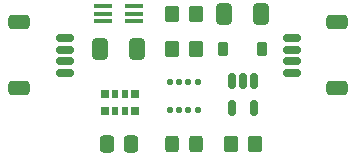
<source format=gbr>
%TF.GenerationSoftware,KiCad,Pcbnew,8.0.5*%
%TF.CreationDate,2024-10-27T10:59:05-07:00*%
%TF.ProjectId,bme688-ezzat-suhaime,626d6536-3838-42d6-957a-7a61742d7375,rev?*%
%TF.SameCoordinates,Original*%
%TF.FileFunction,Paste,Top*%
%TF.FilePolarity,Positive*%
%FSLAX46Y46*%
G04 Gerber Fmt 4.6, Leading zero omitted, Abs format (unit mm)*
G04 Created by KiCad (PCBNEW 8.0.5) date 2024-10-27 10:59:05*
%MOMM*%
%LPD*%
G01*
G04 APERTURE LIST*
G04 Aperture macros list*
%AMRoundRect*
0 Rectangle with rounded corners*
0 $1 Rounding radius*
0 $2 $3 $4 $5 $6 $7 $8 $9 X,Y pos of 4 corners*
0 Add a 4 corners polygon primitive as box body*
4,1,4,$2,$3,$4,$5,$6,$7,$8,$9,$2,$3,0*
0 Add four circle primitives for the rounded corners*
1,1,$1+$1,$2,$3*
1,1,$1+$1,$4,$5*
1,1,$1+$1,$6,$7*
1,1,$1+$1,$8,$9*
0 Add four rect primitives between the rounded corners*
20,1,$1+$1,$2,$3,$4,$5,0*
20,1,$1+$1,$4,$5,$6,$7,0*
20,1,$1+$1,$6,$7,$8,$9,0*
20,1,$1+$1,$8,$9,$2,$3,0*%
G04 Aperture macros list end*
%ADD10RoundRect,0.100000X0.650000X0.100000X-0.650000X0.100000X-0.650000X-0.100000X0.650000X-0.100000X0*%
%ADD11RoundRect,0.250000X-0.350000X-0.450000X0.350000X-0.450000X0.350000X0.450000X-0.350000X0.450000X0*%
%ADD12RoundRect,0.250000X-0.412500X-0.650000X0.412500X-0.650000X0.412500X0.650000X-0.412500X0.650000X0*%
%ADD13RoundRect,0.150000X-0.150000X0.512500X-0.150000X-0.512500X0.150000X-0.512500X0.150000X0.512500X0*%
%ADD14RoundRect,0.250000X0.350000X0.450000X-0.350000X0.450000X-0.350000X-0.450000X0.350000X-0.450000X0*%
%ADD15RoundRect,0.150000X0.625000X-0.150000X0.625000X0.150000X-0.625000X0.150000X-0.625000X-0.150000X0*%
%ADD16RoundRect,0.250000X0.650000X-0.350000X0.650000X0.350000X-0.650000X0.350000X-0.650000X-0.350000X0*%
%ADD17RoundRect,0.125000X0.125000X0.137500X-0.125000X0.137500X-0.125000X-0.137500X0.125000X-0.137500X0*%
%ADD18RoundRect,0.250000X-0.325000X-0.450000X0.325000X-0.450000X0.325000X0.450000X-0.325000X0.450000X0*%
%ADD19RoundRect,0.250000X-0.337500X-0.475000X0.337500X-0.475000X0.337500X0.475000X-0.337500X0.475000X0*%
%ADD20R,0.640000X0.700000*%
%ADD21R,0.500000X0.700000*%
%ADD22RoundRect,0.225000X0.225000X0.375000X-0.225000X0.375000X-0.225000X-0.375000X0.225000X-0.375000X0*%
%ADD23RoundRect,0.150000X-0.625000X0.150000X-0.625000X-0.150000X0.625000X-0.150000X0.625000X0.150000X0*%
%ADD24RoundRect,0.250000X-0.650000X0.350000X-0.650000X-0.350000X0.650000X-0.350000X0.650000X0.350000X0*%
G04 APERTURE END LIST*
D10*
%TO.C,Q1*%
X223330000Y-94125000D03*
X223330000Y-93475000D03*
X223330000Y-92825000D03*
X220670000Y-92825000D03*
X220670000Y-93475000D03*
X220670000Y-94125000D03*
%TD*%
D11*
%TO.C,R1*%
X226500000Y-96475000D03*
X228500000Y-96475000D03*
%TD*%
D12*
%TO.C,C1*%
X220437500Y-96475000D03*
X223562500Y-96475000D03*
%TD*%
D13*
%TO.C,U2*%
X233450000Y-99200000D03*
X232500000Y-99200000D03*
X231550000Y-99200000D03*
X231550000Y-101475000D03*
X233450000Y-101475000D03*
%TD*%
D14*
%TO.C,R3*%
X233500000Y-104475000D03*
X231500000Y-104475000D03*
%TD*%
D15*
%TO.C,J3*%
X236625000Y-98500000D03*
X236625000Y-97500000D03*
X236625000Y-96500000D03*
X236625000Y-95500000D03*
D16*
X240500000Y-99800000D03*
X240500000Y-94200000D03*
%TD*%
D12*
%TO.C,C2*%
X230937500Y-93475000D03*
X234062500Y-93475000D03*
%TD*%
D17*
%TO.C,U1*%
X228700000Y-101662500D03*
X227900000Y-101662500D03*
X227100000Y-101662500D03*
X226300000Y-101662500D03*
X226300000Y-99287500D03*
X227100000Y-99287500D03*
X227900000Y-99287500D03*
X228700000Y-99287500D03*
%TD*%
D18*
%TO.C,D2*%
X226475000Y-104475000D03*
X228525000Y-104475000D03*
%TD*%
D19*
%TO.C,C3*%
X220962500Y-104475000D03*
X223037500Y-104475000D03*
%TD*%
D14*
%TO.C,R2*%
X228500000Y-93475000D03*
X226500000Y-93475000D03*
%TD*%
D20*
%TO.C,RN1*%
X223370000Y-100275000D03*
D21*
X222500000Y-100275000D03*
X221700000Y-100275000D03*
D20*
X220830000Y-100275000D03*
X220830000Y-101675000D03*
D21*
X221700000Y-101675000D03*
X222500000Y-101675000D03*
D20*
X223370000Y-101675000D03*
%TD*%
D22*
%TO.C,D1*%
X234150000Y-96475000D03*
X230850000Y-96475000D03*
%TD*%
D23*
%TO.C,J2*%
X217437500Y-95500000D03*
X217437500Y-96500000D03*
X217437500Y-97500000D03*
X217437500Y-98500000D03*
D24*
X213562500Y-94200000D03*
X213562500Y-99800000D03*
%TD*%
M02*

</source>
